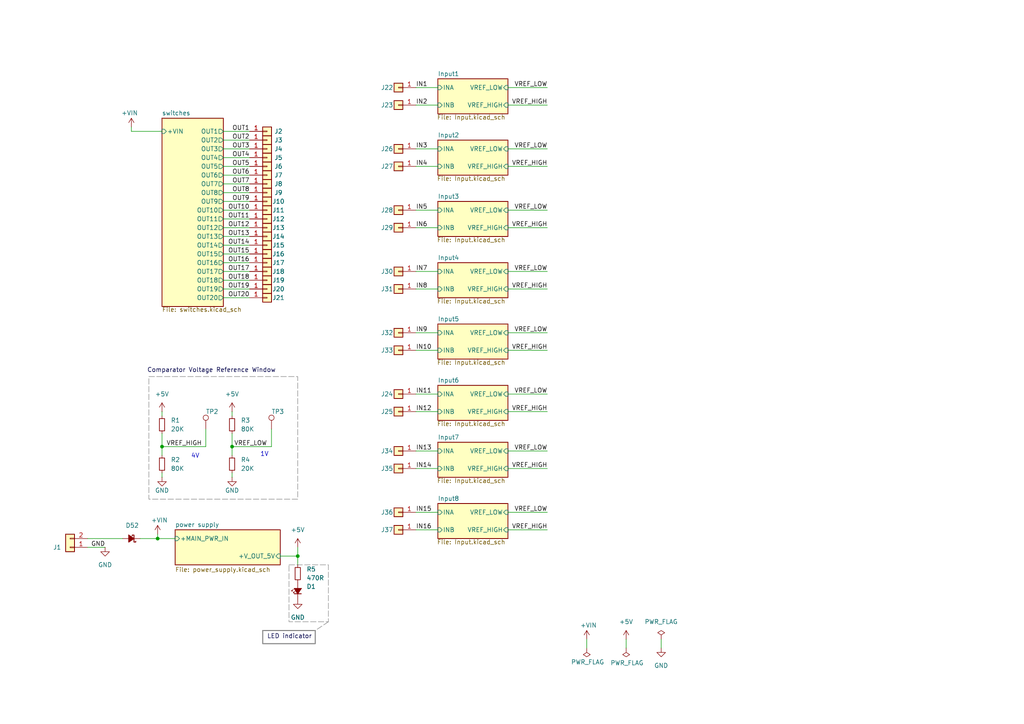
<source format=kicad_sch>
(kicad_sch (version 20250114) (generator "eeschema") (generator_version "9.0")
  (paper "A4")
  (title_block (title "Control Unit Tester") (date "2025-05-20"))
  (lib_symbols
    (symbol "Connector:TestPoint" (pin_numbers (hide yes)) (pin_names (offset 0.762) (hide yes))
      (property "Reference" "TP" (at 0 6.858 0))
      (property "Value" "TestPoint" (at 0 5.08 0))
      (symbol "TestPoint_0_1"
        (circle (center 0 3.302) (radius 0.762))
      )
      (symbol "TestPoint_1_1"
        (pin passive line (at 0 0 90) (length 2.54) (name "1") (number "1"))
      )
    )
    (symbol "Connector_Generic:Conn_01x01" (pin_names (offset 1.016) (hide yes))
      (property "Reference" "J" (at 0 2.54 0))
      (property "Value" "Conn_01x01" (at 0 -2.54 0))
      (symbol "Conn_01x01_1_1"
        (rectangle (start -1.27 1.27) (end 1.27 -1.27) (stroke (width 0.254)) (fill (type background)))
        (rectangle (start -1.27 0.127) (end 0 -0.127) (stroke (width 0.1524)))
        (pin passive line (at -5.08 0 0) (length 3.81) (name "Pin_1") (number "1"))
      )
    )
    (symbol "Connector_Generic:Conn_01x02" (pin_names (offset 1.016) (hide yes))
      (property "Reference" "J" (at 0 2.54 0))
      (property "Value" "Conn_01x02" (at 0 -5.08 0))
      (symbol "Conn_01x02_1_1"
        (rectangle (start -1.27 1.27) (end 1.27 -3.81) (stroke (width 0.254)) (fill (type background)))
        (rectangle (start -1.27 0.127) (end 0 -0.127) (stroke (width 0.1524)))
        (rectangle (start -1.27 -2.413) (end 0 -2.667) (stroke (width 0.1524)))
        (pin passive line (at -5.08 0 0) (length 3.81) (name "Pin_1") (number "1"))
        (pin passive line (at -5.08 -2.54 0) (length 3.81) (name "Pin_2") (number "2"))
      )
    )
    (symbol "Device:D_Schottky_Small_Filled" (pin_numbers (hide yes)) (pin_names (offset 0.254) (hide yes))
      (property "Reference" "D" (at -1.27 2.032 0))
      (property "Value" "D_Schottky_Small_Filled" (at -7.112 -2.032 0))
      (symbol "D_Schottky_Small_Filled_0_1"
        (polyline (pts (xy -1.27 0.762) (xy -1.27 1.016) (xy -0.762 1.016) (xy -0.762 -1.016) (xy -0.254 -1.016) (xy -0.254 -0.762)) (stroke (width 0.254)))
        (polyline (pts (xy -0.762 0) (xy 0.762 0)))
        (polyline (pts (xy 0.762 -1.016) (xy -0.762 0) (xy 0.762 1.016) (xy 0.762 -1.016)) (stroke (width 0.254)) (fill (type outline)))
      )
      (symbol "D_Schottky_Small_Filled_1_1"
        (pin passive line (at -2.54 0 0) (length 1.778) (name "K") (number "1"))
        (pin passive line (at 2.54 0 180) (length 1.778) (name "A") (number "2"))
      )
    )
    (symbol "Device:R_Small" (pin_numbers (hide yes)) (pin_names (offset 0.254) (hide yes))
      (property "Reference" "R" (at 0 0 90))
      (property "Value" "R_Small" (at 1.778 0 90))
      (symbol "R_Small_0_1"
        (rectangle (start -0.762 1.778) (end 0.762 -1.778) (stroke (width 0.2032)))
      )
      (symbol "R_Small_1_1"
        (pin passive line (at 0 2.54 270) (length 0.762) (name "~") (number "1"))
        (pin passive line (at 0 -2.54 90) (length 0.762) (name "~") (number "2"))
      )
    )
    (symbol "LED_Small_Filled_1" (pin_numbers (hide yes)) (pin_names (offset 0.254) (hide yes))
      (property "Reference" "D" (at -1.27 3.175 0))
      (property "Value" "LED_Small_Filled" (at -4.445 -2.54 0))
      (symbol "LED_Small_Filled_1_0_1"
        (polyline (pts (xy -0.762 -1.016) (xy -0.762 1.016)) (stroke (width 0.254)))
        (polyline (pts (xy 0 0.762) (xy -0.508 1.27) (xy -0.254 1.27) (xy -0.508 1.27) (xy -0.508 1.016)))
        (polyline (pts (xy 0.508 1.27) (xy 0 1.778) (xy 0.254 1.778) (xy 0 1.778) (xy 0 1.524)))
        (polyline (pts (xy 0.762 -1.016) (xy -0.762 0) (xy 0.762 1.016) (xy 0.762 -1.016)) (stroke (width 0.254)) (fill (type outline)))
        (polyline (pts (xy 1.016 0) (xy -0.762 0)))
      )
      (symbol "LED_Small_Filled_1_1_1"
        (pin passive line (at -2.54 0 0) (length 1.778) (name "K") (number "1"))
        (pin passive line (at 2.54 0 180) (length 1.778) (name "A") (number "2"))
      )
    )
    (symbol "My_Libraries:+VIN" (power) (in_bom no) (on_board no)
      (property "Value" "+VIN" (at 0 3.81 0))
      (symbol "+VIN_0_1"
        (polyline (pts (xy 0 2.54) (xy -0.762 1.27)))
        (polyline (pts (xy 0 2.54) (xy 0.762 1.27)))
        (polyline (pts (xy 0 0) (xy 0 2.54)))
      )
      (symbol "+VIN_1_1"
        (pin power_in line (at 0 0 90) (length 0) (hide yes) (name "+VIN") (number "1"))
      )
    )
    (symbol "power:+5V" (power) (pin_numbers (hide yes)) (pin_names (offset 0) (hide yes))
      (property "Value" "+5V" (at 0 3.556 0))
      (symbol "+5V_0_1"
        (polyline (pts (xy -0.762 1.27) (xy 0 2.54)))
        (polyline (pts (xy 0 2.54) (xy 0.762 1.27)))
        (polyline (pts (xy 0 0) (xy 0 2.54)))
      )
      (symbol "+5V_1_1"
        (pin power_in line (at 0 0 90) (length 0) (name "~") (number "1"))
      )
    )
    (symbol "power:GND" (power) (pin_numbers (hide yes)) (pin_names (offset 0) (hide yes))
      (property "Value" "GND" (at 0 -3.81 0))
      (symbol "GND_0_1"
        (polyline (pts (xy 0 0) (xy 0 -1.27) (xy 1.27 -1.27) (xy 0 -2.54) (xy -1.27 -1.27) (xy 0 -1.27)))
      )
      (symbol "GND_1_1"
        (pin power_in line (at 0 0 270) (length 0) (name "~") (number "1"))
      )
    )
    (symbol "power:PWR_FLAG" (power) (pin_numbers (hide yes)) (pin_names (offset 0) (hide yes))
      (property "Value" "PWR_FLAG" (at 0 3.81 0))
      (symbol "PWR_FLAG_0_0"
        (pin power_out line (at 0 0 90) (length 0) (name "~") (number "1"))
      )
      (symbol "PWR_FLAG_0_1"
        (polyline (pts (xy 0 0) (xy 0 1.27) (xy -1.016 1.905) (xy 0 2.54) (xy 1.016 1.905) (xy 0 1.27)))
      )
    )
  )
  (rectangle (start 76.2 182.88) (end 91.44 186.69) (stroke (width 0.3) (color 132 132 132 1)))
  (rectangle (start 43.18 109.22) (end 86.36 144.78) (stroke (width 0.15) (type dash) (color 132 132 132 1)))
  (rectangle (start 83.82 163.83) (end 95.25 180.34) (stroke (width 0.15) (type dash) (color 132 132 132 1)))
  (text "4V" (at 56.642 132.334 0) (effects (font (size 1.27 1.27))))
  (text "LED indicator" (at 77.47 185.42 0) (effects (font (size 1.27 1.27)) (justify left bottom)))
  (text "Comparator Voltage Reference Window" (at 42.672 108.204 0) (effects (font (size 1.27 1.27)) (justify left bottom)))
  (text "1V" (at 76.708 131.826 0) (effects (font (size 1.27 1.27))))
  (junction (at 45.72 156.21))
  (junction (at 67.31 129.54))
  (junction (at 86.36 161.29))
  (junction (at 46.99 129.54))
  (wire (pts (xy 46.99 129.54) (xy 46.99 132.08)))
  (wire (pts (xy 67.31 125.73) (xy 67.31 129.54)))
  (wire (pts (xy 191.77 185.42) (xy 191.77 187.96)))
  (wire (pts (xy 67.31 119.38) (xy 67.31 120.65)))
  (wire (pts (xy 45.72 156.21) (xy 50.8 156.21)))
  (wire (pts (xy 64.77 48.26) (xy 72.39 48.26)))
  (wire (pts (xy 120.65 66.04) (xy 127 66.04)))
  (wire (pts (xy 170.18 185.42) (xy 170.18 187.96)))
  (wire (pts (xy 147.32 153.67) (xy 158.75 153.67)))
  (wire (pts (xy 147.32 78.74) (xy 158.75 78.74)))
  (wire (pts (xy 46.99 38.1) (xy 38.1 38.1)))
  (wire (pts (xy 40.64 156.21) (xy 45.72 156.21)))
  (wire (pts (xy 64.77 81.28) (xy 72.39 81.28)))
  (wire (pts (xy 120.65 148.59) (xy 127 148.59)))
  (wire (pts (xy 64.77 68.58) (xy 72.39 68.58)))
  (wire (pts (xy 147.32 30.48) (xy 158.75 30.48)))
  (wire (pts (xy 64.77 73.66) (xy 72.39 73.66)))
  (wire (pts (xy 64.77 83.82) (xy 72.39 83.82)))
  (wire (pts (xy 35.56 156.21) (xy 25.4 156.21)))
  (wire (pts (xy 30.48 158.75) (xy 25.4 158.75)))
  (wire (pts (xy 64.77 63.5) (xy 72.39 63.5)))
  (wire (pts (xy 147.32 101.6) (xy 158.75 101.6)))
  (wire (pts (xy 64.77 76.2) (xy 72.39 76.2)))
  (wire (pts (xy 64.77 60.96) (xy 72.39 60.96)))
  (wire (pts (xy 147.32 114.3) (xy 158.75 114.3)))
  (wire (pts (xy 64.77 43.18) (xy 72.39 43.18)))
  (wire (pts (xy 64.77 86.36) (xy 72.39 86.36)))
  (wire (pts (xy 120.65 30.48) (xy 127 30.48)))
  (wire (pts (xy 120.65 135.89) (xy 127 135.89)))
  (wire (pts (xy 120.65 101.6) (xy 127 101.6)))
  (wire (pts (xy 147.32 119.38) (xy 158.75 119.38)))
  (wire (pts (xy 64.77 45.72) (xy 72.39 45.72)))
  (wire (pts (xy 147.32 83.82) (xy 158.75 83.82)))
  (wire (pts (xy 147.32 43.18) (xy 158.75 43.18)))
  (wire (pts (xy 46.99 137.16) (xy 46.99 138.43)))
  (wire (pts (xy 86.36 158.75) (xy 86.36 161.29)))
  (wire (pts (xy 181.61 185.42) (xy 181.61 187.96)))
  (wire (pts (xy 38.1 38.1) (xy 38.1 36.83)))
  (wire (pts (xy 120.65 114.3) (xy 127 114.3)))
  (wire (pts (xy 147.32 148.59) (xy 158.75 148.59)))
  (wire (pts (xy 67.31 129.54) (xy 67.31 132.08)))
  (wire (pts (xy 46.99 129.54) (xy 59.69 129.54)))
  (wire (pts (xy 120.65 119.38) (xy 127 119.38)))
  (wire (pts (xy 67.31 129.54) (xy 78.74 129.54)))
  (wire (pts (xy 147.32 66.04) (xy 158.75 66.04)))
  (wire (pts (xy 45.72 156.21) (xy 45.72 154.94)))
  (wire (pts (xy 64.77 66.04) (xy 72.39 66.04)))
  (wire (pts (xy 46.99 119.38) (xy 46.99 120.65)))
  (wire (pts (xy 147.32 48.26) (xy 158.75 48.26)))
  (wire (pts (xy 147.32 25.4) (xy 158.75 25.4)))
  (wire (pts (xy 120.65 83.82) (xy 127 83.82)))
  (wire (pts (xy 120.65 43.18) (xy 127 43.18)))
  (wire (pts (xy 86.36 161.29) (xy 86.36 163.83)))
  (wire (pts (xy 67.31 137.16) (xy 67.31 138.43)))
  (wire (pts (xy 120.65 153.67) (xy 127 153.67)))
  (wire (pts (xy 64.77 38.1) (xy 72.39 38.1)))
  (wire (pts (xy 59.69 124.46) (xy 59.69 129.54)))
  (wire (pts (xy 120.65 60.96) (xy 127 60.96)))
  (wire (pts (xy 64.77 55.88) (xy 72.39 55.88)))
  (wire (pts (xy 147.32 130.81) (xy 158.75 130.81)))
  (wire (pts (xy 120.65 78.74) (xy 127 78.74)))
  (wire (pts (xy 81.28 161.29) (xy 86.36 161.29)))
  (wire (pts (xy 46.99 125.73) (xy 46.99 129.54)))
  (polyline (pts (xy 95.25 180.34) (xy 91.44 182.88)) (stroke (width 0.15) (type dash) (color 132 132 132 1)))
  (wire (pts (xy 64.77 53.34) (xy 72.39 53.34)))
  (wire (pts (xy 120.65 130.81) (xy 127 130.81)))
  (wire (pts (xy 147.32 96.52) (xy 158.75 96.52)))
  (wire (pts (xy 64.77 58.42) (xy 72.39 58.42)))
  (wire (pts (xy 64.77 50.8) (xy 72.39 50.8)))
  (wire (pts (xy 64.77 78.74) (xy 72.39 78.74)))
  (wire (pts (xy 120.65 96.52) (xy 127 96.52)))
  (wire (pts (xy 147.32 60.96) (xy 158.75 60.96)))
  (wire (pts (xy 64.77 71.12) (xy 72.39 71.12)))
  (wire (pts (xy 64.77 40.64) (xy 72.39 40.64)))
  (wire (pts (xy 120.65 48.26) (xy 127 48.26)))
  (wire (pts (xy 120.65 25.4) (xy 127 25.4)))
  (wire (pts (xy 147.32 135.89) (xy 158.75 135.89)))
  (wire (pts (xy 78.74 124.46) (xy 78.74 129.54)))
  (label "IN16" (at 120.65 153.67 0))
  (label "GND" (at 30.48 158.75 180))
  (label "OUT1" (at 72.39 38.1 180))
  (label "IN9" (at 120.65 96.52 0))
  (label "OUT18" (at 72.39 81.28 180))
  (label "OUT17" (at 72.39 78.74 180))
  (label "VREF_LOW" (at 158.75 25.4 180))
  (label "VREF_HIGH" (at 158.75 135.89 180))
  (label "VREF_HIGH" (at 158.75 83.82 180))
  (label "IN13" (at 120.65 130.81 0))
  (label "VREF_HIGH" (at 48.26 129.54 0))
  (label "VREF_LOW" (at 158.75 78.74 180))
  (label "VREF_LOW" (at 158.75 43.18 180))
  (label "IN15" (at 120.65 148.59 0))
  (label "IN6" (at 120.65 66.04 0))
  (label "VREF_LOW" (at 158.75 130.81 180))
  (label "IN2" (at 120.65 30.48 0))
  (label "OUT20" (at 72.39 86.36 180))
  (label "IN12" (at 120.65 119.38 0))
  (label "OUT7" (at 72.39 53.34 180))
  (label "IN3" (at 120.65 43.18 0))
  (label "VREF_LOW" (at 158.75 96.52 180))
  (label "IN4" (at 120.65 48.26 0))
  (label "VREF_HIGH" (at 158.75 119.38 180))
  (label "OUT5" (at 72.39 48.26 180))
  (label "IN8" (at 120.65 83.82 0))
  (label "OUT6" (at 72.39 50.8 180))
  (label "VREF_HIGH" (at 158.75 101.6 180))
  (label "VREF_LOW" (at 77.47 129.54 180))
  (label "OUT14" (at 72.39 71.12 180))
  (label "OUT15" (at 72.39 73.66 180))
  (label "IN11" (at 120.65 114.3 0))
  (label "VREF_HIGH" (at 158.75 48.26 180))
  (label "OUT11" (at 72.39 63.5 180))
  (label "OUT3" (at 72.39 43.18 180))
  (label "OUT4" (at 72.39 45.72 180))
  (label "IN5" (at 120.65 60.96 0))
  (label "OUT13" (at 72.39 68.58 180))
  (label "OUT9" (at 72.39 58.42 180))
  (label "VREF_LOW" (at 158.75 148.59 180))
  (label "OUT2" (at 72.39 40.64 180))
  (label "OUT16" (at 72.39 76.2 180))
  (label "IN10" (at 120.65 101.6 0))
  (label "VREF_LOW" (at 158.75 60.96 180))
  (label "OUT8" (at 72.39 55.88 180))
  (label "OUT12" (at 72.39 66.04 180))
  (label "OUT19" (at 72.39 83.82 180))
  (label "IN14" (at 120.65 135.89 0))
  (label "VREF_HIGH" (at 158.75 153.67 180))
  (label "IN7" (at 120.65 78.74 0))
  (label "VREF_LOW" (at 158.75 114.3 180))
  (label "OUT10" (at 72.39 60.96 180))
  (label "VREF_HIGH" (at 158.75 30.48 180))
  (label "VREF_HIGH" (at 158.75 66.04 180))
  (label "IN1" (at 120.65 25.4 0))
  (symbol (lib_id "power:GND") (at 67.31 138.43 0) (unit 1)
    (property "Reference" "#PWR06" (effects (hide yes)))
    (property "Value" "GND" (at 67.31 142.24 0))
    (property "Description" "Power symbol creates a global label with name \"GND\" , ground" (effects (hide yes)))
  )
  (symbol (lib_id "Device:R_Small") (at 46.99 134.62 0) (unit 1)
    (property "Reference" "R2" (at 49.53 133.3499 0) (effects (justify left)))
    (property "Value" "80Κ" (at 49.53 135.8899 0) (effects (justify left)))
    (property "Footprint" "Resistor_SMD:R_0805_2012Metric" (effects (hide yes)))
    (property "Description" "Resistor, small symbol" (effects (hide yes)))
  )
  (symbol (lib_id "Connector_Generic:Conn_01x01") (at 115.57 25.4 180) (unit 1)
    (property "Reference" "J22" (at 112.268 25.4 0))
    (property "Value" "T.H. Pad" (effects (hide yes)))
    (property "Footprint" "My_Footprints:Hole_pad_1.5x3_round" (effects (hide yes)))
    (property "Description" "Generic connector, single row, 01x01, script generated (kicad-library-utils/schlib/autogen/connector/)" (effects (hide yes)))
  )
  (symbol (lib_id "Connector_Generic:Conn_01x01") (at 77.47 71.12 0) (unit 1)
    (property "Reference" "J15" (at 80.772 71.12 0))
    (property "Value" "T.H. Pad" (effects (hide yes)))
    (property "Footprint" "My_Footprints:Hole_pad_1.5x3_round" (effects (hide yes)))
    (property "Description" "Generic connector, single row, 01x01, script generated (kicad-library-utils/schlib/autogen/connector/)" (effects (hide yes)))
  )
  (symbol (lib_id "Device:R_Small") (at 46.99 123.19 0) (unit 1)
    (property "Reference" "R1" (at 49.53 121.9199 0) (effects (justify left)))
    (property "Value" "20Κ" (at 49.53 124.4599 0) (effects (justify left)))
    (property "Footprint" "Resistor_SMD:R_0805_2012Metric" (effects (hide yes)))
    (property "Description" "Resistor, small symbol" (effects (hide yes)))
  )
  (symbol (lib_id "power:PWR_FLAG") (at 181.61 187.96 180) (unit 1)
    (property "Reference" "#FLG02" (effects (hide yes)))
    (property "Value" "PWR_FLAG" (at 181.864 192.278 0))
    (property "Description" "Special symbol for telling ERC where power comes from" (effects (hide yes)))
  )
  (symbol (lib_id "Connector_Generic:Conn_01x02") (at 20.32 158.75 180) (unit 1)
    (property "Reference" "J1" (at 17.78 158.7501 0) (effects (justify left)))
    (property "Value" "Conn_01x02" (effects (hide yes)))
    (property "Footprint" "TerminalBlock_4Ucon:TerminalBlock_4Ucon_1x02_P3.50mm_Horizontal" (effects (hide yes)))
    (property "Description" "Generic connector, single row, 01x02, script generated (kicad-library-utils/schlib/autogen/connector/)" (effects (hide yes)))
  )
  (symbol (lib_id "Connector_Generic:Conn_01x01") (at 77.47 40.64 0) (unit 1)
    (property "Reference" "J3" (at 80.772 40.64 0))
    (property "Value" "T.H. Pad" (effects (hide yes)))
    (property "Footprint" "My_Footprints:Hole_pad_1.5x3_round" (effects (hide yes)))
    (property "Description" "Generic connector, single row, 01x01, script generated (kicad-library-utils/schlib/autogen/connector/)" (effects (hide yes)))
  )
  (symbol (lib_id "Device:R_Small") (at 67.31 134.62 0) (unit 1)
    (property "Reference" "R4" (at 69.85 133.3499 0) (effects (justify left)))
    (property "Value" "20Κ" (at 69.85 135.8899 0) (effects (justify left)))
    (property "Footprint" "Resistor_SMD:R_0805_2012Metric" (effects (hide yes)))
    (property "Description" "Resistor, small symbol" (effects (hide yes)))
  )
  (symbol (lib_id "Connector_Generic:Conn_01x01") (at 77.47 73.66 0) (unit 1)
    (property "Reference" "J16" (at 80.772 73.66 0))
    (property "Value" "T.H. Pad" (effects (hide yes)))
    (property "Footprint" "My_Footprints:Hole_pad_1.5x3_round" (effects (hide yes)))
    (property "Description" "Generic connector, single row, 01x01, script generated (kicad-library-utils/schlib/autogen/connector/)" (effects (hide yes)))
  )
  (symbol (lib_id "Connector_Generic:Conn_01x01") (at 77.47 81.28 0) (unit 1)
    (property "Reference" "J19" (at 80.772 81.28 0))
    (property "Value" "T.H. Pad" (effects (hide yes)))
    (property "Footprint" "My_Footprints:Hole_pad_1.5x3_round" (effects (hide yes)))
    (property "Description" "Generic connector, single row, 01x01, script generated (kicad-library-utils/schlib/autogen/connector/)" (effects (hide yes)))
  )
  (symbol (lib_id "Connector_Generic:Conn_01x01") (at 115.57 66.04 180) (unit 1)
    (property "Reference" "J29" (at 112.268 66.04 0))
    (property "Value" "T.H. Pad" (effects (hide yes)))
    (property "Footprint" "My_Footprints:Hole_pad_1.5x3_round" (effects (hide yes)))
    (property "Description" "Generic connector, single row, 01x01, script generated (kicad-library-utils/schlib/autogen/connector/)" (effects (hide yes)))
  )
  (symbol (lib_id "Device:R_Small") (at 67.31 123.19 0) (unit 1)
    (property "Reference" "R3" (at 69.85 121.9199 0) (effects (justify left)))
    (property "Value" "80Κ" (at 69.85 124.4599 0) (effects (justify left)))
    (property "Footprint" "Resistor_SMD:R_0805_2012Metric" (effects (hide yes)))
    (property "Description" "Resistor, small symbol" (effects (hide yes)))
  )
  (symbol (lib_id "Connector_Generic:Conn_01x01") (at 77.47 83.82 0) (unit 1)
    (property "Reference" "J20" (at 80.772 83.82 0))
    (property "Value" "T.H. Pad" (effects (hide yes)))
    (property "Footprint" "My_Footprints:Hole_pad_1.5x3_round" (effects (hide yes)))
    (property "Description" "Generic connector, single row, 01x01, script generated (kicad-library-utils/schlib/autogen/connector/)" (effects (hide yes)))
  )
  (symbol (lib_id "Connector_Generic:Conn_01x01") (at 115.57 96.52 180) (unit 1)
    (property "Reference" "J32" (at 112.268 96.52 0))
    (property "Value" "T.H. Pad" (effects (hide yes)))
    (property "Footprint" "My_Footprints:Hole_pad_1.5x3_round" (effects (hide yes)))
    (property "Description" "Generic connector, single row, 01x01, script generated (kicad-library-utils/schlib/autogen/connector/)" (effects (hide yes)))
  )
  (symbol (lib_id "power:GND") (at 86.36 173.99 0) (unit 1)
    (property "Reference" "#PWR08" (effects (hide yes)))
    (property "Value" "GND" (at 86.36 179.07 0))
    (property "Description" "Power symbol creates a global label with name \"GND\" , ground" (effects (hide yes)))
  )
  (symbol (lib_name "LED_Small_Filled_1") (lib_id "Device:LED_Small_Filled") (at 86.36 171.45 90) (unit 1)
    (property "Reference" "D1" (at 88.9 170.1164 90) (effects (justify right)))
    (property "Value" "LED 0805 SMD" (effects (hide yes)))
    (property "Footprint" "LED_SMD:LED_0805_2012Metric" (effects (hide yes)))
    (property "Description" "Light emitting diode, small symbol, filled shape" (effects (hide yes)))
    (property "Sim.Pins" "1=K 2=A" (effects (hide yes)))
  )
  (symbol (lib_id "power:PWR_FLAG") (at 191.77 185.42 0) (unit 1)
    (property "Reference" "#FLG03" (effects (hide yes)))
    (property "Value" "PWR_FLAG" (at 191.77 180.34 0))
    (property "Description" "Special symbol for telling ERC where power comes from" (effects (hide yes)))
  )
  (symbol (lib_id "Connector_Generic:Conn_01x01") (at 77.47 48.26 0) (unit 1)
    (property "Reference" "J6" (at 80.772 48.26 0))
    (property "Value" "T.H. Pad" (effects (hide yes)))
    (property "Footprint" "My_Footprints:Hole_pad_1.5x3_round" (effects (hide yes)))
    (property "Description" "Generic connector, single row, 01x01, script generated (kicad-library-utils/schlib/autogen/connector/)" (effects (hide yes)))
  )
  (symbol (lib_id "power:+5V") (at 86.36 158.75 0) (unit 1)
    (property "Reference" "#PWR07" (effects (hide yes)))
    (property "Value" "+5V" (at 86.36 153.67 0))
    (property "Description" "Power symbol creates a global label with name \"+5V\"" (effects (hide yes)))
  )
  (symbol (lib_id "Connector_Generic:Conn_01x01") (at 77.47 63.5 0) (unit 1)
    (property "Reference" "J12" (at 80.772 63.5 0))
    (property "Value" "T.H. Pad" (effects (hide yes)))
    (property "Footprint" "My_Footprints:Hole_pad_1.5x3_round" (effects (hide yes)))
    (property "Description" "Generic connector, single row, 01x01, script generated (kicad-library-utils/schlib/autogen/connector/)" (effects (hide yes)))
  )
  (symbol (lib_id "Connector_Generic:Conn_01x01") (at 115.57 114.3 180) (unit 1)
    (property "Reference" "J24" (at 112.268 114.3 0))
    (property "Value" "T.H. Pad" (effects (hide yes)))
    (property "Footprint" "My_Footprints:Hole_pad_1.5x3_round" (effects (hide yes)))
    (property "Description" "Generic connector, single row, 01x01, script generated (kicad-library-utils/schlib/autogen/connector/)" (effects (hide yes)))
  )
  (symbol (lib_id "Connector_Generic:Conn_01x01") (at 77.47 58.42 0) (unit 1)
    (property "Reference" "J10" (at 80.772 58.42 0))
    (property "Value" "T.H. Pad" (effects (hide yes)))
    (property "Footprint" "My_Footprints:Hole_pad_1.5x3_round" (effects (hide yes)))
    (property "Description" "Generic connector, single row, 01x01, script generated (kicad-library-utils/schlib/autogen/connector/)" (effects (hide yes)))
  )
  (symbol (lib_id "Connector_Generic:Conn_01x01") (at 115.57 153.67 180) (unit 1)
    (property "Reference" "J37" (at 112.268 153.67 0))
    (property "Value" "T.H. Pad" (effects (hide yes)))
    (property "Footprint" "My_Footprints:Hole_pad_1.5x3_round" (effects (hide yes)))
    (property "Description" "Generic connector, single row, 01x01, script generated (kicad-library-utils/schlib/autogen/connector/)" (effects (hide yes)))
  )
  (symbol (lib_id "Connector:TestPoint") (at 59.69 124.46 0) (unit 1) (in_bom no)
    (property "Reference" "TP2" (at 59.69 119.38 0) (effects (justify left)))
    (property "Value" "TestPoint" (effects (hide yes)))
    (property "Footprint" "TestPoint:TestPoint_Pad_D1.5mm" (effects (hide yes)))
  )
  (symbol (lib_id "Connector_Generic:Conn_01x01") (at 77.47 45.72 0) (unit 1)
    (property "Reference" "J5" (at 80.772 45.72 0))
    (property "Value" "T.H. Pad" (effects (hide yes)))
    (property "Footprint" "My_Footprints:Hole_pad_1.5x3_round" (effects (hide yes)))
    (property "Description" "Generic connector, single row, 01x01, script generated (kicad-library-utils/schlib/autogen/connector/)" (effects (hide yes)))
  )
  (symbol (lib_id "Connector:TestPoint") (at 78.74 124.46 0) (unit 1) (in_bom no)
    (property "Reference" "TP3" (at 78.74 119.38 0) (effects (justify left)))
    (property "Value" "TestPoint" (effects (hide yes)))
    (property "Footprint" "TestPoint:TestPoint_Pad_D1.5mm" (effects (hide yes)))
  )
  (symbol (lib_id "Connector_Generic:Conn_01x01") (at 77.47 50.8 0) (unit 1)
    (property "Reference" "J7" (at 80.772 50.8 0))
    (property "Value" "T.H. Pad" (effects (hide yes)))
    (property "Footprint" "My_Footprints:Hole_pad_1.5x3_round" (effects (hide yes)))
    (property "Description" "Generic connector, single row, 01x01, script generated (kicad-library-utils/schlib/autogen/connector/)" (effects (hide yes)))
  )
  (symbol (lib_id "Device:R_Small") (at 86.36 166.37 180) (unit 1)
    (property "Reference" "R5" (at 88.9 165.1 0) (effects (justify right)))
    (property "Value" "470R" (at 88.9 167.64 0) (effects (justify right)))
    (property "Footprint" "Resistor_SMD:R_0805_2012Metric" (effects (hide yes)))
    (property "Description" "Resistor, small symbol" (effects (hide yes)))
  )
  (symbol (lib_id "Connector_Generic:Conn_01x01") (at 77.47 38.1 0) (unit 1)
    (property "Reference" "J2" (at 80.772 38.1 0))
    (property "Value" "T.H. Pad" (effects (hide yes)))
    (property "Footprint" "My_Footprints:Hole_pad_1.5x3_round" (effects (hide yes)))
    (property "Description" "Generic connector, single row, 01x01, script generated (kicad-library-utils/schlib/autogen/connector/)" (effects (hide yes)))
  )
  (symbol (lib_id "Connector_Generic:Conn_01x01") (at 77.47 43.18 0) (unit 1)
    (property "Reference" "J4" (at 80.772 43.18 0))
    (property "Value" "T.H. Pad" (effects (hide yes)))
    (property "Footprint" "My_Footprints:Hole_pad_1.5x3_round" (effects (hide yes)))
    (property "Description" "Generic connector, single row, 01x01, script generated (kicad-library-utils/schlib/autogen/connector/)" (effects (hide yes)))
  )
  (symbol (lib_id "power:+5V") (at 181.61 185.42 0) (unit 1)
    (property "Reference" "#PWR010" (effects (hide yes)))
    (property "Value" "+5V" (at 181.61 180.34 0))
    (property "Description" "Power symbol creates a global label with name \"+5V\"" (effects (hide yes)))
  )
  (symbol (lib_id "Connector_Generic:Conn_01x01") (at 115.57 148.59 180) (unit 1)
    (property "Reference" "J36" (at 112.268 148.59 0))
    (property "Value" "T.H. Pad" (effects (hide yes)))
    (property "Footprint" "My_Footprints:Hole_pad_1.5x3_round" (effects (hide yes)))
    (property "Description" "Generic connector, single row, 01x01, script generated (kicad-library-utils/schlib/autogen/connector/)" (effects (hide yes)))
  )
  (symbol (lib_id "Connector_Generic:Conn_01x01") (at 115.57 83.82 180) (unit 1)
    (property "Reference" "J31" (at 112.268 83.82 0))
    (property "Value" "T.H. Pad" (effects (hide yes)))
    (property "Footprint" "My_Footprints:Hole_pad_1.5x3_round" (effects (hide yes)))
    (property "Description" "Generic connector, single row, 01x01, script generated (kicad-library-utils/schlib/autogen/connector/)" (effects (hide yes)))
  )
  (symbol (lib_id "My_Libraries:+VIN") (at 38.1 36.83 0) (unit 1) (in_bom no) (on_board no)
    (property "Reference" "#PWR02" (effects (hide yes)))
    (property "Value" "+VIN" (at 37.592 32.766 0))
  )
  (symbol (lib_id "Connector_Generic:Conn_01x01") (at 77.47 53.34 0) (unit 1)
    (property "Reference" "J8" (at 80.772 53.34 0))
    (property "Value" "T.H. Pad" (effects (hide yes)))
    (property "Footprint" "My_Footprints:Hole_pad_1.5x3_round" (effects (hide yes)))
    (property "Description" "Generic connector, single row, 01x01, script generated (kicad-library-utils/schlib/autogen/connector/)" (effects (hide yes)))
  )
  (symbol (lib_id "Connector_Generic:Conn_01x01") (at 115.57 130.81 180) (unit 1)
    (property "Reference" "J34" (at 112.268 130.81 0))
    (property "Value" "T.H. Pad" (effects (hide yes)))
    (property "Footprint" "My_Footprints:Hole_pad_1.5x3_round" (effects (hide yes)))
    (property "Description" "Generic connector, single row, 01x01, script generated (kicad-library-utils/schlib/autogen/connector/)" (effects (hide yes)))
  )
  (symbol (lib_id "power:GND") (at 30.48 158.75 0) (unit 1)
    (property "Reference" "#PWR0154" (effects (hide yes)))
    (property "Value" "GND" (at 30.48 163.83 0))
    (property "Description" "Power symbol creates a global label with name \"GND\" , ground" (effects (hide yes)))
  )
  (symbol (lib_id "My_Libraries:+VIN") (at 45.72 154.94 0) (mirror y) (unit 1) (in_bom no) (on_board no)
    (property "Reference" "#PWR01" (effects (hide yes)))
    (property "Value" "+VIN" (at 46.228 150.876 0))
  )
  (symbol (lib_id "Connector_Generic:Conn_01x01") (at 115.57 78.74 180) (unit 1)
    (property "Reference" "J30" (at 112.268 78.74 0))
    (property "Value" "T.H. Pad" (effects (hide yes)))
    (property "Footprint" "My_Footprints:Hole_pad_1.5x3_round" (effects (hide yes)))
    (property "Description" "Generic connector, single row, 01x01, script generated (kicad-library-utils/schlib/autogen/connector/)" (effects (hide yes)))
  )
  (symbol (lib_id "Connector_Generic:Conn_01x01") (at 115.57 135.89 180) (unit 1)
    (property "Reference" "J35" (at 112.268 135.89 0))
    (property "Value" "T.H. Pad" (effects (hide yes)))
    (property "Footprint" "My_Footprints:Hole_pad_1.5x3_round" (effects (hide yes)))
    (property "Description" "Generic connector, single row, 01x01, script generated (kicad-library-utils/schlib/autogen/connector/)" (effects (hide yes)))
  )
  (symbol (lib_id "Connector_Generic:Conn_01x01") (at 115.57 30.48 180) (unit 1)
    (property "Reference" "J23" (at 112.268 30.48 0))
    (property "Value" "T.H. Pad" (effects (hide yes)))
    (property "Footprint" "My_Footprints:Hole_pad_1.5x3_round" (effects (hide yes)))
    (property "Description" "Generic connector, single row, 01x01, script generated (kicad-library-utils/schlib/autogen/connector/)" (effects (hide yes)))
  )
  (symbol (lib_id "power:GND") (at 46.99 138.43 0) (unit 1)
    (property "Reference" "#PWR04" (effects (hide yes)))
    (property "Value" "GND" (at 46.99 142.24 0))
    (property "Description" "Power symbol creates a global label with name \"GND\" , ground" (effects (hide yes)))
  )
  (symbol (lib_id "My_Libraries:+VIN") (at 170.18 185.42 0) (mirror y) (unit 1) (in_bom no) (on_board no)
    (property "Reference" "#PWR09" (effects (hide yes)))
    (property "Value" "+VIN" (at 170.688 181.356 0))
  )
  (symbol (lib_id "Connector_Generic:Conn_01x01") (at 77.47 78.74 0) (unit 1)
    (property "Reference" "J18" (at 80.772 78.74 0))
    (property "Value" "T.H. Pad" (effects (hide yes)))
    (property "Footprint" "My_Footprints:Hole_pad_1.5x3_round" (effects (hide yes)))
    (property "Description" "Generic connector, single row, 01x01, script generated (kicad-library-utils/schlib/autogen/connector/)" (effects (hide yes)))
  )
  (symbol (lib_id "Connector_Generic:Conn_01x01") (at 115.57 119.38 180) (unit 1)
    (property "Reference" "J25" (at 112.268 119.38 0))
    (property "Value" "T.H. Pad" (effects (hide yes)))
    (property "Footprint" "My_Footprints:Hole_pad_1.5x3_round" (effects (hide yes)))
    (property "Description" "Generic connector, single row, 01x01, script generated (kicad-library-utils/schlib/autogen/connector/)" (effects (hide yes)))
  )
  (symbol (lib_id "Connector_Generic:Conn_01x01") (at 77.47 86.36 0) (unit 1)
    (property "Reference" "J21" (at 80.772 86.36 0))
    (property "Value" "T.H. Pad" (effects (hide yes)))
    (property "Footprint" "My_Footprints:Hole_pad_1.5x3_round" (effects (hide yes)))
    (property "Description" "Generic connector, single row, 01x01, script generated (kicad-library-utils/schlib/autogen/connector/)" (effects (hide yes)))
  )
  (symbol (lib_id "Connector_Generic:Conn_01x01") (at 77.47 66.04 0) (unit 1)
    (property "Reference" "J13" (at 80.772 66.04 0))
    (property "Value" "T.H. Pad" (effects (hide yes)))
    (property "Footprint" "My_Footprints:Hole_pad_1.5x3_round" (effects (hide yes)))
    (property "Description" "Generic connector, single row, 01x01, script generated (kicad-library-utils/schlib/autogen/connector/)" (effects (hide yes)))
  )
  (symbol (lib_id "Connector_Generic:Conn_01x01") (at 115.57 60.96 180) (unit 1)
    (property "Reference" "J28" (at 112.268 60.96 0))
    (property "Value" "T.H. Pad" (effects (hide yes)))
    (property "Footprint" "My_Footprints:Hole_pad_1.5x3_round" (effects (hide yes)))
    (property "Description" "Generic connector, single row, 01x01, script generated (kicad-library-utils/schlib/autogen/connector/)" (effects (hide yes)))
  )
  (symbol (lib_id "power:+5V") (at 67.31 119.38 0) (unit 1)
    (property "Reference" "#PWR05" (effects (hide yes)))
    (property "Value" "+5V" (at 67.31 114.3 0))
    (property "Description" "Power symbol creates a global label with name \"+5V\"" (effects (hide yes)))
  )
  (symbol (lib_id "Device:D_Schottky_Small_Filled") (at 38.1 156.21 180) (unit 1)
    (property "Reference" "D52" (at 38.354 152.4 0))
    (property "Value" "SBR3U60P1Q-7" (effects (hide yes)))
    (property "Footprint" "Diode_SMD:D_PowerDI-123" (effects (hide yes)))
    (property "PartkeeprID" "43" (effects (hide yes)))
  )
  (symbol (lib_id "Connector_Generic:Conn_01x01") (at 115.57 101.6 180) (unit 1)
    (property "Reference" "J33" (at 112.268 101.6 0))
    (property "Value" "T.H. Pad" (effects (hide yes)))
    (property "Footprint" "My_Footprints:Hole_pad_1.5x3_round" (effects (hide yes)))
    (property "Description" "Generic connector, single row, 01x01, script generated (kicad-library-utils/schlib/autogen/connector/)" (effects (hide yes)))
  )
  (symbol (lib_id "power:GND") (at 191.77 187.96 0) (unit 1)
    (property "Reference" "#PWR011" (effects (hide yes)))
    (property "Value" "GND" (at 191.77 193.04 0))
    (property "Description" "Power symbol creates a global label with name \"GND\" , ground" (effects (hide yes)))
  )
  (symbol (lib_id "Connector_Generic:Conn_01x01") (at 77.47 68.58 0) (unit 1)
    (property "Reference" "J14" (at 80.772 68.58 0))
    (property "Value" "T.H. Pad" (effects (hide yes)))
    (property "Footprint" "My_Footprints:Hole_pad_1.5x3_round" (effects (hide yes)))
    (property "Description" "Generic connector, single row, 01x01, script generated (kicad-library-utils/schlib/autogen/connector/)" (effects (hide yes)))
  )
  (symbol (lib_id "Connector_Generic:Conn_01x01") (at 77.47 60.96 0) (unit 1)
    (property "Reference" "J11" (at 80.772 60.96 0))
    (property "Value" "T.H. Pad" (effects (hide yes)))
    (property "Footprint" "My_Footprints:Hole_pad_1.5x3_round" (effects (hide yes)))
    (property "Description" "Generic connector, single row, 01x01, script generated (kicad-library-utils/schlib/autogen/connector/)" (effects (hide yes)))
  )
  (symbol (lib_id "Connector_Generic:Conn_01x01") (at 77.47 76.2 0) (unit 1)
    (property "Reference" "J17" (at 80.772 76.2 0))
    (property "Value" "T.H. Pad" (effects (hide yes)))
    (property "Footprint" "My_Footprints:Hole_pad_1.5x3_round" (effects (hide yes)))
    (property "Description" "Generic connector, single row, 01x01, script generated (kicad-library-utils/schlib/autogen/connector/)" (effects (hide yes)))
  )
  (symbol (lib_id "Connector_Generic:Conn_01x01") (at 115.57 48.26 180) (unit 1)
    (property "Reference" "J27" (at 112.268 48.26 0))
    (property "Value" "T.H. Pad" (effects (hide yes)))
    (property "Footprint" "My_Footprints:Hole_pad_1.5x3_round" (effects (hide yes)))
    (property "Description" "Generic connector, single row, 01x01, script generated (kicad-library-utils/schlib/autogen/connector/)" (effects (hide yes)))
  )
  (symbol (lib_id "power:PWR_FLAG") (at 170.18 187.96 180) (unit 1)
    (property "Reference" "#FLG01" (effects (hide yes)))
    (property "Value" "PWR_FLAG" (at 165.608 192.024 0) (effects (justify right)))
    (property "Description" "Special symbol for telling ERC where power comes from" (effects (hide yes)))
  )
  (symbol (lib_id "Connector_Generic:Conn_01x01") (at 77.47 55.88 0) (unit 1)
    (property "Reference" "J9" (at 80.772 55.88 0))
    (property "Value" "T.H. Pad" (effects (hide yes)))
    (property "Footprint" "My_Footprints:Hole_pad_1.5x3_round" (effects (hide yes)))
    (property "Description" "Generic connector, single row, 01x01, script generated (kicad-library-utils/schlib/autogen/connector/)" (effects (hide yes)))
  )
  (symbol (lib_id "Connector_Generic:Conn_01x01") (at 115.57 43.18 180) (unit 1)
    (property "Reference" "J26" (at 112.268 43.18 0))
    (property "Value" "T.H. Pad" (effects (hide yes)))
    (property "Footprint" "My_Footprints:Hole_pad_1.5x3_round" (effects (hide yes)))
    (property "Description" "Generic connector, single row, 01x01, script generated (kicad-library-utils/schlib/autogen/connector/)" (effects (hide yes)))
  )
  (symbol (lib_id "power:+5V") (at 46.99 119.38 0) (unit 1)
    (property "Reference" "#PWR03" (effects (hide yes)))
    (property "Value" "+5V" (at 46.99 114.3 0))
    (property "Description" "Power symbol creates a global label with name \"+5V\"" (effects (hide yes)))
  )
  (sheet (at 50.8 153.67) (size 30.48 10.16) (stroke (width 0.254)) (fill (color 255 255 194 1.0000))
    (property "Sheetname" "power supply" (at 50.8 152.9076 0) (effects (justify left bottom)))
    (property "Sheetfile" "power_supply.kicad_sch" (at 50.8 164.4654 0) (effects (justify left top)))
    (pin "+MAIN_PWR_IN" input (at 50.8 156.21 180))
    (pin "+V_OUT_5V" input (at 81.28 161.29 0))
  )
  (sheet (at 46.99 34.29) (size 17.78 54.61) (stroke (width 0.254)) (fill (color 255 255 194 1.0000))
    (property "Sheetname" "switches" (at 46.99 33.5276 0) (effects (justify left bottom)))
    (property "Sheetfile" "switches.kicad_sch" (at 46.99 89.0274 0) (effects (justify left top)))
    (pin "OUT1" output (at 64.77 38.1 0))
    (pin "OUT2" output (at 64.77 40.64 0))
    (pin "OUT3" output (at 64.77 43.18 0))
    (pin "OUT4" output (at 64.77 45.72 0))
    (pin "OUT5" output (at 64.77 48.26 0))
    (pin "OUT6" output (at 64.77 50.8 0))
    (pin "OUT7" output (at 64.77 53.34 0))
    (pin "OUT8" output (at 64.77 55.88 0))
    (pin "OUT9" output (at 64.77 58.42 0))
    (pin "OUT10" output (at 64.77 60.96 0))
    (pin "OUT11" output (at 64.77 63.5 0))
    (pin "OUT12" output (at 64.77 66.04 0))
    (pin "OUT13" output (at 64.77 68.58 0))
    (pin "OUT14" output (at 64.77 71.12 0))
    (pin "OUT15" output (at 64.77 73.66 0))
    (pin "OUT16" output (at 64.77 76.2 0))
    (pin "OUT17" output (at 64.77 78.74 0))
    (pin "OUT18" output (at 64.77 81.28 0))
    (pin "OUT19" output (at 64.77 83.82 0))
    (pin "OUT20" output (at 64.77 86.36 0))
    (pin "+VIN" input (at 46.99 38.1 180))
  )
  (sheet (at 127 76.2) (size 20.32 10.16) (stroke (width 0.254)) (fill (color 255 255 194 1.0000))
    (property "Sheetname" "Input4" (at 127 75.4884 0) (effects (justify left bottom)))
    (property "Sheetfile" "Input.kicad_sch" (at 126.746 86.614 0) (effects (justify left top)))
    (pin "VREF_HIGH" input (at 147.32 83.82 0))
    (pin "VREF_LOW" input (at 147.32 78.74 0))
    (pin "INA" input (at 127 78.74 180))
    (pin "INB" input (at 127 83.82 180))
  )
  (sheet (at 127 58.42) (size 20.32 10.16) (stroke (width 0.254)) (fill (color 255 255 194 1.0000))
    (property "Sheetname" "Input3" (at 127 57.7084 0) (effects (justify left bottom)))
    (property "Sheetfile" "Input.kicad_sch" (at 126.746 68.834 0) (effects (justify left top)))
    (pin "VREF_HIGH" input (at 147.32 66.04 0))
    (pin "VREF_LOW" input (at 147.32 60.96 0))
    (pin "INA" input (at 127 60.96 180))
    (pin "INB" input (at 127 66.04 180))
  )
  (sheet (at 127 146.05) (size 20.32 10.16) (stroke (width 0.254)) (fill (color 255 255 194 1.0000))
    (property "Sheetname" "Input8" (at 127 145.3384 0) (effects (justify left bottom)))
    (property "Sheetfile" "Input.kicad_sch" (at 126.746 156.464 0) (effects (justify left top)))
    (pin "VREF_HIGH" input (at 147.32 153.67 0))
    (pin "VREF_LOW" input (at 147.32 148.59 0))
    (pin "INA" input (at 127 148.59 180))
    (pin "INB" input (at 127 153.67 180))
  )
  (sheet (at 127 111.76) (size 20.32 10.16) (stroke (width 0.254)) (fill (color 255 255 194 1.0000))
    (property "Sheetname" "Input6" (at 127 111.0484 0) (effects (justify left bottom)))
    (property "Sheetfile" "Input.kicad_sch" (at 126.746 122.174 0) (effects (justify left top)))
    (pin "VREF_HIGH" input (at 147.32 119.38 0))
    (pin "VREF_LOW" input (at 147.32 114.3 0))
    (pin "INA" input (at 127 114.3 180))
    (pin "INB" input (at 127 119.38 180))
  )
  (sheet (at 127 93.98) (size 20.32 10.16) (stroke (width 0.254)) (fill (color 255 255 194 1.0000))
    (property "Sheetname" "Input5" (at 127 93.2684 0) (effects (justify left bottom)))
    (property "Sheetfile" "Input.kicad_sch" (at 126.746 104.394 0) (effects (justify left top)))
    (pin "VREF_HIGH" input (at 147.32 101.6 0))
    (pin "VREF_LOW" input (at 147.32 96.52 0))
    (pin "INA" input (at 127 96.52 180))
    (pin "INB" input (at 127 101.6 180))
  )
  (sheet (at 127 40.64) (size 20.32 10.16) (stroke (width 0.254)) (fill (color 255 255 194 1.0000))
    (property "Sheetname" "Input2" (at 127 39.9284 0) (effects (justify left bottom)))
    (property "Sheetfile" "Input.kicad_sch" (at 126.746 51.054 0) (effects (justify left top)))
    (pin "VREF_HIGH" input (at 147.32 48.26 0))
    (pin "VREF_LOW" input (at 147.32 43.18 0))
    (pin "INA" input (at 127 43.18 180))
    (pin "INB" input (at 127 48.26 180))
  )
  (sheet (at 127 128.27) (size 20.32 10.16) (stroke (width 0.254)) (fill (color 255 255 194 1.0000))
    (property "Sheetname" "Input7" (at 127 127.5584 0) (effects (justify left bottom)))
    (property "Sheetfile" "Input.kicad_sch" (at 126.746 138.684 0) (effects (justify left top)))
    (pin "VREF_HIGH" input (at 147.32 135.89 0))
    (pin "VREF_LOW" input (at 147.32 130.81 0))
    (pin "INA" input (at 127 130.81 180))
    (pin "INB" input (at 127 135.89 180))
  )
  (sheet (at 127 22.86) (size 20.32 10.16) (stroke (width 0.254)) (fill (color 255 255 194 1.0000))
    (property "Sheetname" "Input1" (at 127 22.1484 0) (effects (justify left bottom)))
    (property "Sheetfile" "Input.kicad_sch" (at 126.746 33.274 0) (effects (justify left top)))
    (pin "VREF_HIGH" input (at 147.32 30.48 0))
    (pin "VREF_LOW" input (at 147.32 25.4 0))
    (pin "INA" input (at 127 25.4 180))
    (pin "INB" input (at 127 30.48 180))
  )
)
</source>
